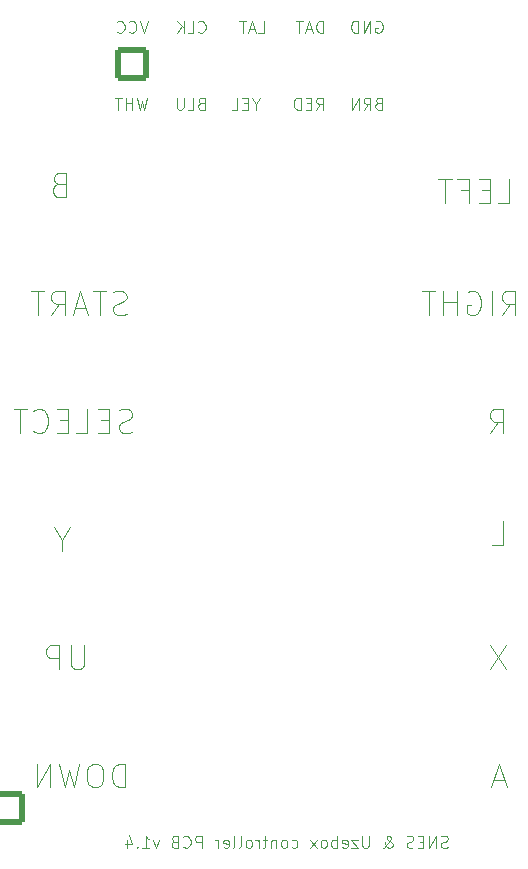
<source format=gbr>
G04 #@! TF.GenerationSoftware,KiCad,Pcbnew,9.0.0*
G04 #@! TF.CreationDate,2025-04-17T23:52:23+01:00*
G04 #@! TF.ProjectId,SNES_CONTROLLER,534e4553-5f43-44f4-9e54-524f4c4c4552,rev?*
G04 #@! TF.SameCoordinates,Original*
G04 #@! TF.FileFunction,Legend,Bot*
G04 #@! TF.FilePolarity,Positive*
%FSLAX46Y46*%
G04 Gerber Fmt 4.6, Leading zero omitted, Abs format (unit mm)*
G04 Created by KiCad (PCBNEW 9.0.0) date 2025-04-17 23:52:23*
%MOMM*%
%LPD*%
G01*
G04 APERTURE LIST*
G04 Aperture macros list*
%AMRoundRect*
0 Rectangle with rounded corners*
0 $1 Rounding radius*
0 $2 $3 $4 $5 $6 $7 $8 $9 X,Y pos of 4 corners*
0 Add a 4 corners polygon primitive as box body*
4,1,4,$2,$3,$4,$5,$6,$7,$8,$9,$2,$3,0*
0 Add four circle primitives for the rounded corners*
1,1,$1+$1,$2,$3*
1,1,$1+$1,$4,$5*
1,1,$1+$1,$6,$7*
1,1,$1+$1,$8,$9*
0 Add four rect primitives between the rounded corners*
20,1,$1+$1,$2,$3,$4,$5,0*
20,1,$1+$1,$4,$5,$6,$7,0*
20,1,$1+$1,$6,$7,$8,$9,0*
20,1,$1+$1,$8,$9,$2,$3,0*%
G04 Aperture macros list end*
%ADD10C,0.100000*%
%ADD11C,4.300000*%
%ADD12C,1.600000*%
%ADD13O,1.600000X1.600000*%
%ADD14RoundRect,0.250001X1.149999X-1.149999X1.149999X1.149999X-1.149999X1.149999X-1.149999X-1.149999X0*%
%ADD15C,2.800000*%
%ADD16R,1.600000X1.600000*%
%ADD17RoundRect,0.250001X-1.149999X-1.149999X1.149999X-1.149999X1.149999X1.149999X-1.149999X1.149999X0*%
G04 APERTURE END LIST*
D10*
X134672306Y-62920038D02*
X134767544Y-62872419D01*
X134767544Y-62872419D02*
X134910401Y-62872419D01*
X134910401Y-62872419D02*
X135053258Y-62920038D01*
X135053258Y-62920038D02*
X135148496Y-63015276D01*
X135148496Y-63015276D02*
X135196115Y-63110514D01*
X135196115Y-63110514D02*
X135243734Y-63300990D01*
X135243734Y-63300990D02*
X135243734Y-63443847D01*
X135243734Y-63443847D02*
X135196115Y-63634323D01*
X135196115Y-63634323D02*
X135148496Y-63729561D01*
X135148496Y-63729561D02*
X135053258Y-63824800D01*
X135053258Y-63824800D02*
X134910401Y-63872419D01*
X134910401Y-63872419D02*
X134815163Y-63872419D01*
X134815163Y-63872419D02*
X134672306Y-63824800D01*
X134672306Y-63824800D02*
X134624687Y-63777180D01*
X134624687Y-63777180D02*
X134624687Y-63443847D01*
X134624687Y-63443847D02*
X134815163Y-63443847D01*
X134196115Y-63872419D02*
X134196115Y-62872419D01*
X134196115Y-62872419D02*
X133624687Y-63872419D01*
X133624687Y-63872419D02*
X133624687Y-62872419D01*
X133148496Y-63872419D02*
X133148496Y-62872419D01*
X133148496Y-62872419D02*
X132910401Y-62872419D01*
X132910401Y-62872419D02*
X132767544Y-62920038D01*
X132767544Y-62920038D02*
X132672306Y-63015276D01*
X132672306Y-63015276D02*
X132624687Y-63110514D01*
X132624687Y-63110514D02*
X132577068Y-63300990D01*
X132577068Y-63300990D02*
X132577068Y-63443847D01*
X132577068Y-63443847D02*
X132624687Y-63634323D01*
X132624687Y-63634323D02*
X132672306Y-63729561D01*
X132672306Y-63729561D02*
X132767544Y-63824800D01*
X132767544Y-63824800D02*
X132910401Y-63872419D01*
X132910401Y-63872419D02*
X133148496Y-63872419D01*
X129624687Y-70372419D02*
X129958020Y-69896228D01*
X130196115Y-70372419D02*
X130196115Y-69372419D01*
X130196115Y-69372419D02*
X129815163Y-69372419D01*
X129815163Y-69372419D02*
X129719925Y-69420038D01*
X129719925Y-69420038D02*
X129672306Y-69467657D01*
X129672306Y-69467657D02*
X129624687Y-69562895D01*
X129624687Y-69562895D02*
X129624687Y-69705752D01*
X129624687Y-69705752D02*
X129672306Y-69800990D01*
X129672306Y-69800990D02*
X129719925Y-69848609D01*
X129719925Y-69848609D02*
X129815163Y-69896228D01*
X129815163Y-69896228D02*
X130196115Y-69896228D01*
X129196115Y-69848609D02*
X128862782Y-69848609D01*
X128719925Y-70372419D02*
X129196115Y-70372419D01*
X129196115Y-70372419D02*
X129196115Y-69372419D01*
X129196115Y-69372419D02*
X128719925Y-69372419D01*
X128291353Y-70372419D02*
X128291353Y-69372419D01*
X128291353Y-69372419D02*
X128053258Y-69372419D01*
X128053258Y-69372419D02*
X127910401Y-69420038D01*
X127910401Y-69420038D02*
X127815163Y-69515276D01*
X127815163Y-69515276D02*
X127767544Y-69610514D01*
X127767544Y-69610514D02*
X127719925Y-69800990D01*
X127719925Y-69800990D02*
X127719925Y-69943847D01*
X127719925Y-69943847D02*
X127767544Y-70134323D01*
X127767544Y-70134323D02*
X127815163Y-70229561D01*
X127815163Y-70229561D02*
X127910401Y-70324800D01*
X127910401Y-70324800D02*
X128053258Y-70372419D01*
X128053258Y-70372419D02*
X128291353Y-70372419D01*
X134862782Y-69848609D02*
X134719925Y-69896228D01*
X134719925Y-69896228D02*
X134672306Y-69943847D01*
X134672306Y-69943847D02*
X134624687Y-70039085D01*
X134624687Y-70039085D02*
X134624687Y-70181942D01*
X134624687Y-70181942D02*
X134672306Y-70277180D01*
X134672306Y-70277180D02*
X134719925Y-70324800D01*
X134719925Y-70324800D02*
X134815163Y-70372419D01*
X134815163Y-70372419D02*
X135196115Y-70372419D01*
X135196115Y-70372419D02*
X135196115Y-69372419D01*
X135196115Y-69372419D02*
X134862782Y-69372419D01*
X134862782Y-69372419D02*
X134767544Y-69420038D01*
X134767544Y-69420038D02*
X134719925Y-69467657D01*
X134719925Y-69467657D02*
X134672306Y-69562895D01*
X134672306Y-69562895D02*
X134672306Y-69658133D01*
X134672306Y-69658133D02*
X134719925Y-69753371D01*
X134719925Y-69753371D02*
X134767544Y-69800990D01*
X134767544Y-69800990D02*
X134862782Y-69848609D01*
X134862782Y-69848609D02*
X135196115Y-69848609D01*
X133624687Y-70372419D02*
X133958020Y-69896228D01*
X134196115Y-70372419D02*
X134196115Y-69372419D01*
X134196115Y-69372419D02*
X133815163Y-69372419D01*
X133815163Y-69372419D02*
X133719925Y-69420038D01*
X133719925Y-69420038D02*
X133672306Y-69467657D01*
X133672306Y-69467657D02*
X133624687Y-69562895D01*
X133624687Y-69562895D02*
X133624687Y-69705752D01*
X133624687Y-69705752D02*
X133672306Y-69800990D01*
X133672306Y-69800990D02*
X133719925Y-69848609D01*
X133719925Y-69848609D02*
X133815163Y-69896228D01*
X133815163Y-69896228D02*
X134196115Y-69896228D01*
X133196115Y-70372419D02*
X133196115Y-69372419D01*
X133196115Y-69372419D02*
X132624687Y-70372419D01*
X132624687Y-70372419D02*
X132624687Y-69372419D01*
X140743734Y-132824800D02*
X140600877Y-132872419D01*
X140600877Y-132872419D02*
X140362782Y-132872419D01*
X140362782Y-132872419D02*
X140267544Y-132824800D01*
X140267544Y-132824800D02*
X140219925Y-132777180D01*
X140219925Y-132777180D02*
X140172306Y-132681942D01*
X140172306Y-132681942D02*
X140172306Y-132586704D01*
X140172306Y-132586704D02*
X140219925Y-132491466D01*
X140219925Y-132491466D02*
X140267544Y-132443847D01*
X140267544Y-132443847D02*
X140362782Y-132396228D01*
X140362782Y-132396228D02*
X140553258Y-132348609D01*
X140553258Y-132348609D02*
X140648496Y-132300990D01*
X140648496Y-132300990D02*
X140696115Y-132253371D01*
X140696115Y-132253371D02*
X140743734Y-132158133D01*
X140743734Y-132158133D02*
X140743734Y-132062895D01*
X140743734Y-132062895D02*
X140696115Y-131967657D01*
X140696115Y-131967657D02*
X140648496Y-131920038D01*
X140648496Y-131920038D02*
X140553258Y-131872419D01*
X140553258Y-131872419D02*
X140315163Y-131872419D01*
X140315163Y-131872419D02*
X140172306Y-131920038D01*
X139743734Y-132872419D02*
X139743734Y-131872419D01*
X139743734Y-131872419D02*
X139172306Y-132872419D01*
X139172306Y-132872419D02*
X139172306Y-131872419D01*
X138696115Y-132348609D02*
X138362782Y-132348609D01*
X138219925Y-132872419D02*
X138696115Y-132872419D01*
X138696115Y-132872419D02*
X138696115Y-131872419D01*
X138696115Y-131872419D02*
X138219925Y-131872419D01*
X137838972Y-132824800D02*
X137696115Y-132872419D01*
X137696115Y-132872419D02*
X137458020Y-132872419D01*
X137458020Y-132872419D02*
X137362782Y-132824800D01*
X137362782Y-132824800D02*
X137315163Y-132777180D01*
X137315163Y-132777180D02*
X137267544Y-132681942D01*
X137267544Y-132681942D02*
X137267544Y-132586704D01*
X137267544Y-132586704D02*
X137315163Y-132491466D01*
X137315163Y-132491466D02*
X137362782Y-132443847D01*
X137362782Y-132443847D02*
X137458020Y-132396228D01*
X137458020Y-132396228D02*
X137648496Y-132348609D01*
X137648496Y-132348609D02*
X137743734Y-132300990D01*
X137743734Y-132300990D02*
X137791353Y-132253371D01*
X137791353Y-132253371D02*
X137838972Y-132158133D01*
X137838972Y-132158133D02*
X137838972Y-132062895D01*
X137838972Y-132062895D02*
X137791353Y-131967657D01*
X137791353Y-131967657D02*
X137743734Y-131920038D01*
X137743734Y-131920038D02*
X137648496Y-131872419D01*
X137648496Y-131872419D02*
X137410401Y-131872419D01*
X137410401Y-131872419D02*
X137267544Y-131920038D01*
X135267543Y-132872419D02*
X135315163Y-132872419D01*
X135315163Y-132872419D02*
X135410401Y-132824800D01*
X135410401Y-132824800D02*
X135553258Y-132681942D01*
X135553258Y-132681942D02*
X135791353Y-132396228D01*
X135791353Y-132396228D02*
X135886591Y-132253371D01*
X135886591Y-132253371D02*
X135934210Y-132110514D01*
X135934210Y-132110514D02*
X135934210Y-132015276D01*
X135934210Y-132015276D02*
X135886591Y-131920038D01*
X135886591Y-131920038D02*
X135791353Y-131872419D01*
X135791353Y-131872419D02*
X135743734Y-131872419D01*
X135743734Y-131872419D02*
X135648496Y-131920038D01*
X135648496Y-131920038D02*
X135600877Y-132015276D01*
X135600877Y-132015276D02*
X135600877Y-132062895D01*
X135600877Y-132062895D02*
X135648496Y-132158133D01*
X135648496Y-132158133D02*
X135696115Y-132205752D01*
X135696115Y-132205752D02*
X135981829Y-132396228D01*
X135981829Y-132396228D02*
X136029448Y-132443847D01*
X136029448Y-132443847D02*
X136077067Y-132539085D01*
X136077067Y-132539085D02*
X136077067Y-132681942D01*
X136077067Y-132681942D02*
X136029448Y-132777180D01*
X136029448Y-132777180D02*
X135981829Y-132824800D01*
X135981829Y-132824800D02*
X135886591Y-132872419D01*
X135886591Y-132872419D02*
X135743734Y-132872419D01*
X135743734Y-132872419D02*
X135648496Y-132824800D01*
X135648496Y-132824800D02*
X135600877Y-132777180D01*
X135600877Y-132777180D02*
X135458020Y-132586704D01*
X135458020Y-132586704D02*
X135410401Y-132443847D01*
X135410401Y-132443847D02*
X135410401Y-132348609D01*
X134077067Y-131872419D02*
X134077067Y-132681942D01*
X134077067Y-132681942D02*
X134029448Y-132777180D01*
X134029448Y-132777180D02*
X133981829Y-132824800D01*
X133981829Y-132824800D02*
X133886591Y-132872419D01*
X133886591Y-132872419D02*
X133696115Y-132872419D01*
X133696115Y-132872419D02*
X133600877Y-132824800D01*
X133600877Y-132824800D02*
X133553258Y-132777180D01*
X133553258Y-132777180D02*
X133505639Y-132681942D01*
X133505639Y-132681942D02*
X133505639Y-131872419D01*
X133124686Y-132205752D02*
X132600877Y-132205752D01*
X132600877Y-132205752D02*
X133124686Y-132872419D01*
X133124686Y-132872419D02*
X132600877Y-132872419D01*
X131838972Y-132824800D02*
X131934210Y-132872419D01*
X131934210Y-132872419D02*
X132124686Y-132872419D01*
X132124686Y-132872419D02*
X132219924Y-132824800D01*
X132219924Y-132824800D02*
X132267543Y-132729561D01*
X132267543Y-132729561D02*
X132267543Y-132348609D01*
X132267543Y-132348609D02*
X132219924Y-132253371D01*
X132219924Y-132253371D02*
X132124686Y-132205752D01*
X132124686Y-132205752D02*
X131934210Y-132205752D01*
X131934210Y-132205752D02*
X131838972Y-132253371D01*
X131838972Y-132253371D02*
X131791353Y-132348609D01*
X131791353Y-132348609D02*
X131791353Y-132443847D01*
X131791353Y-132443847D02*
X132267543Y-132539085D01*
X131362781Y-132872419D02*
X131362781Y-131872419D01*
X131362781Y-132253371D02*
X131267543Y-132205752D01*
X131267543Y-132205752D02*
X131077067Y-132205752D01*
X131077067Y-132205752D02*
X130981829Y-132253371D01*
X130981829Y-132253371D02*
X130934210Y-132300990D01*
X130934210Y-132300990D02*
X130886591Y-132396228D01*
X130886591Y-132396228D02*
X130886591Y-132681942D01*
X130886591Y-132681942D02*
X130934210Y-132777180D01*
X130934210Y-132777180D02*
X130981829Y-132824800D01*
X130981829Y-132824800D02*
X131077067Y-132872419D01*
X131077067Y-132872419D02*
X131267543Y-132872419D01*
X131267543Y-132872419D02*
X131362781Y-132824800D01*
X130315162Y-132872419D02*
X130410400Y-132824800D01*
X130410400Y-132824800D02*
X130458019Y-132777180D01*
X130458019Y-132777180D02*
X130505638Y-132681942D01*
X130505638Y-132681942D02*
X130505638Y-132396228D01*
X130505638Y-132396228D02*
X130458019Y-132300990D01*
X130458019Y-132300990D02*
X130410400Y-132253371D01*
X130410400Y-132253371D02*
X130315162Y-132205752D01*
X130315162Y-132205752D02*
X130172305Y-132205752D01*
X130172305Y-132205752D02*
X130077067Y-132253371D01*
X130077067Y-132253371D02*
X130029448Y-132300990D01*
X130029448Y-132300990D02*
X129981829Y-132396228D01*
X129981829Y-132396228D02*
X129981829Y-132681942D01*
X129981829Y-132681942D02*
X130029448Y-132777180D01*
X130029448Y-132777180D02*
X130077067Y-132824800D01*
X130077067Y-132824800D02*
X130172305Y-132872419D01*
X130172305Y-132872419D02*
X130315162Y-132872419D01*
X129648495Y-132872419D02*
X129124686Y-132205752D01*
X129648495Y-132205752D02*
X129124686Y-132872419D01*
X127553257Y-132824800D02*
X127648495Y-132872419D01*
X127648495Y-132872419D02*
X127838971Y-132872419D01*
X127838971Y-132872419D02*
X127934209Y-132824800D01*
X127934209Y-132824800D02*
X127981828Y-132777180D01*
X127981828Y-132777180D02*
X128029447Y-132681942D01*
X128029447Y-132681942D02*
X128029447Y-132396228D01*
X128029447Y-132396228D02*
X127981828Y-132300990D01*
X127981828Y-132300990D02*
X127934209Y-132253371D01*
X127934209Y-132253371D02*
X127838971Y-132205752D01*
X127838971Y-132205752D02*
X127648495Y-132205752D01*
X127648495Y-132205752D02*
X127553257Y-132253371D01*
X126981828Y-132872419D02*
X127077066Y-132824800D01*
X127077066Y-132824800D02*
X127124685Y-132777180D01*
X127124685Y-132777180D02*
X127172304Y-132681942D01*
X127172304Y-132681942D02*
X127172304Y-132396228D01*
X127172304Y-132396228D02*
X127124685Y-132300990D01*
X127124685Y-132300990D02*
X127077066Y-132253371D01*
X127077066Y-132253371D02*
X126981828Y-132205752D01*
X126981828Y-132205752D02*
X126838971Y-132205752D01*
X126838971Y-132205752D02*
X126743733Y-132253371D01*
X126743733Y-132253371D02*
X126696114Y-132300990D01*
X126696114Y-132300990D02*
X126648495Y-132396228D01*
X126648495Y-132396228D02*
X126648495Y-132681942D01*
X126648495Y-132681942D02*
X126696114Y-132777180D01*
X126696114Y-132777180D02*
X126743733Y-132824800D01*
X126743733Y-132824800D02*
X126838971Y-132872419D01*
X126838971Y-132872419D02*
X126981828Y-132872419D01*
X126219923Y-132205752D02*
X126219923Y-132872419D01*
X126219923Y-132300990D02*
X126172304Y-132253371D01*
X126172304Y-132253371D02*
X126077066Y-132205752D01*
X126077066Y-132205752D02*
X125934209Y-132205752D01*
X125934209Y-132205752D02*
X125838971Y-132253371D01*
X125838971Y-132253371D02*
X125791352Y-132348609D01*
X125791352Y-132348609D02*
X125791352Y-132872419D01*
X125458018Y-132205752D02*
X125077066Y-132205752D01*
X125315161Y-131872419D02*
X125315161Y-132729561D01*
X125315161Y-132729561D02*
X125267542Y-132824800D01*
X125267542Y-132824800D02*
X125172304Y-132872419D01*
X125172304Y-132872419D02*
X125077066Y-132872419D01*
X124743732Y-132872419D02*
X124743732Y-132205752D01*
X124743732Y-132396228D02*
X124696113Y-132300990D01*
X124696113Y-132300990D02*
X124648494Y-132253371D01*
X124648494Y-132253371D02*
X124553256Y-132205752D01*
X124553256Y-132205752D02*
X124458018Y-132205752D01*
X123981827Y-132872419D02*
X124077065Y-132824800D01*
X124077065Y-132824800D02*
X124124684Y-132777180D01*
X124124684Y-132777180D02*
X124172303Y-132681942D01*
X124172303Y-132681942D02*
X124172303Y-132396228D01*
X124172303Y-132396228D02*
X124124684Y-132300990D01*
X124124684Y-132300990D02*
X124077065Y-132253371D01*
X124077065Y-132253371D02*
X123981827Y-132205752D01*
X123981827Y-132205752D02*
X123838970Y-132205752D01*
X123838970Y-132205752D02*
X123743732Y-132253371D01*
X123743732Y-132253371D02*
X123696113Y-132300990D01*
X123696113Y-132300990D02*
X123648494Y-132396228D01*
X123648494Y-132396228D02*
X123648494Y-132681942D01*
X123648494Y-132681942D02*
X123696113Y-132777180D01*
X123696113Y-132777180D02*
X123743732Y-132824800D01*
X123743732Y-132824800D02*
X123838970Y-132872419D01*
X123838970Y-132872419D02*
X123981827Y-132872419D01*
X123077065Y-132872419D02*
X123172303Y-132824800D01*
X123172303Y-132824800D02*
X123219922Y-132729561D01*
X123219922Y-132729561D02*
X123219922Y-131872419D01*
X122553255Y-132872419D02*
X122648493Y-132824800D01*
X122648493Y-132824800D02*
X122696112Y-132729561D01*
X122696112Y-132729561D02*
X122696112Y-131872419D01*
X121791350Y-132824800D02*
X121886588Y-132872419D01*
X121886588Y-132872419D02*
X122077064Y-132872419D01*
X122077064Y-132872419D02*
X122172302Y-132824800D01*
X122172302Y-132824800D02*
X122219921Y-132729561D01*
X122219921Y-132729561D02*
X122219921Y-132348609D01*
X122219921Y-132348609D02*
X122172302Y-132253371D01*
X122172302Y-132253371D02*
X122077064Y-132205752D01*
X122077064Y-132205752D02*
X121886588Y-132205752D01*
X121886588Y-132205752D02*
X121791350Y-132253371D01*
X121791350Y-132253371D02*
X121743731Y-132348609D01*
X121743731Y-132348609D02*
X121743731Y-132443847D01*
X121743731Y-132443847D02*
X122219921Y-132539085D01*
X121315159Y-132872419D02*
X121315159Y-132205752D01*
X121315159Y-132396228D02*
X121267540Y-132300990D01*
X121267540Y-132300990D02*
X121219921Y-132253371D01*
X121219921Y-132253371D02*
X121124683Y-132205752D01*
X121124683Y-132205752D02*
X121029445Y-132205752D01*
X119934206Y-132872419D02*
X119934206Y-131872419D01*
X119934206Y-131872419D02*
X119553254Y-131872419D01*
X119553254Y-131872419D02*
X119458016Y-131920038D01*
X119458016Y-131920038D02*
X119410397Y-131967657D01*
X119410397Y-131967657D02*
X119362778Y-132062895D01*
X119362778Y-132062895D02*
X119362778Y-132205752D01*
X119362778Y-132205752D02*
X119410397Y-132300990D01*
X119410397Y-132300990D02*
X119458016Y-132348609D01*
X119458016Y-132348609D02*
X119553254Y-132396228D01*
X119553254Y-132396228D02*
X119934206Y-132396228D01*
X118362778Y-132777180D02*
X118410397Y-132824800D01*
X118410397Y-132824800D02*
X118553254Y-132872419D01*
X118553254Y-132872419D02*
X118648492Y-132872419D01*
X118648492Y-132872419D02*
X118791349Y-132824800D01*
X118791349Y-132824800D02*
X118886587Y-132729561D01*
X118886587Y-132729561D02*
X118934206Y-132634323D01*
X118934206Y-132634323D02*
X118981825Y-132443847D01*
X118981825Y-132443847D02*
X118981825Y-132300990D01*
X118981825Y-132300990D02*
X118934206Y-132110514D01*
X118934206Y-132110514D02*
X118886587Y-132015276D01*
X118886587Y-132015276D02*
X118791349Y-131920038D01*
X118791349Y-131920038D02*
X118648492Y-131872419D01*
X118648492Y-131872419D02*
X118553254Y-131872419D01*
X118553254Y-131872419D02*
X118410397Y-131920038D01*
X118410397Y-131920038D02*
X118362778Y-131967657D01*
X117600873Y-132348609D02*
X117458016Y-132396228D01*
X117458016Y-132396228D02*
X117410397Y-132443847D01*
X117410397Y-132443847D02*
X117362778Y-132539085D01*
X117362778Y-132539085D02*
X117362778Y-132681942D01*
X117362778Y-132681942D02*
X117410397Y-132777180D01*
X117410397Y-132777180D02*
X117458016Y-132824800D01*
X117458016Y-132824800D02*
X117553254Y-132872419D01*
X117553254Y-132872419D02*
X117934206Y-132872419D01*
X117934206Y-132872419D02*
X117934206Y-131872419D01*
X117934206Y-131872419D02*
X117600873Y-131872419D01*
X117600873Y-131872419D02*
X117505635Y-131920038D01*
X117505635Y-131920038D02*
X117458016Y-131967657D01*
X117458016Y-131967657D02*
X117410397Y-132062895D01*
X117410397Y-132062895D02*
X117410397Y-132158133D01*
X117410397Y-132158133D02*
X117458016Y-132253371D01*
X117458016Y-132253371D02*
X117505635Y-132300990D01*
X117505635Y-132300990D02*
X117600873Y-132348609D01*
X117600873Y-132348609D02*
X117934206Y-132348609D01*
X116267539Y-132205752D02*
X116029444Y-132872419D01*
X116029444Y-132872419D02*
X115791349Y-132205752D01*
X114886587Y-132872419D02*
X115458015Y-132872419D01*
X115172301Y-132872419D02*
X115172301Y-131872419D01*
X115172301Y-131872419D02*
X115267539Y-132015276D01*
X115267539Y-132015276D02*
X115362777Y-132110514D01*
X115362777Y-132110514D02*
X115458015Y-132158133D01*
X114458015Y-132777180D02*
X114410396Y-132824800D01*
X114410396Y-132824800D02*
X114458015Y-132872419D01*
X114458015Y-132872419D02*
X114505634Y-132824800D01*
X114505634Y-132824800D02*
X114458015Y-132777180D01*
X114458015Y-132777180D02*
X114458015Y-132872419D01*
X113553254Y-132205752D02*
X113553254Y-132872419D01*
X113791349Y-131824800D02*
X114029444Y-132539085D01*
X114029444Y-132539085D02*
X113410397Y-132539085D01*
X145553258Y-127178609D02*
X144600877Y-127178609D01*
X145743734Y-127750038D02*
X145077068Y-125750038D01*
X145077068Y-125750038D02*
X144410401Y-127750038D01*
X119862782Y-69848609D02*
X119719925Y-69896228D01*
X119719925Y-69896228D02*
X119672306Y-69943847D01*
X119672306Y-69943847D02*
X119624687Y-70039085D01*
X119624687Y-70039085D02*
X119624687Y-70181942D01*
X119624687Y-70181942D02*
X119672306Y-70277180D01*
X119672306Y-70277180D02*
X119719925Y-70324800D01*
X119719925Y-70324800D02*
X119815163Y-70372419D01*
X119815163Y-70372419D02*
X120196115Y-70372419D01*
X120196115Y-70372419D02*
X120196115Y-69372419D01*
X120196115Y-69372419D02*
X119862782Y-69372419D01*
X119862782Y-69372419D02*
X119767544Y-69420038D01*
X119767544Y-69420038D02*
X119719925Y-69467657D01*
X119719925Y-69467657D02*
X119672306Y-69562895D01*
X119672306Y-69562895D02*
X119672306Y-69658133D01*
X119672306Y-69658133D02*
X119719925Y-69753371D01*
X119719925Y-69753371D02*
X119767544Y-69800990D01*
X119767544Y-69800990D02*
X119862782Y-69848609D01*
X119862782Y-69848609D02*
X120196115Y-69848609D01*
X118719925Y-70372419D02*
X119196115Y-70372419D01*
X119196115Y-70372419D02*
X119196115Y-69372419D01*
X118386591Y-69372419D02*
X118386591Y-70181942D01*
X118386591Y-70181942D02*
X118338972Y-70277180D01*
X118338972Y-70277180D02*
X118291353Y-70324800D01*
X118291353Y-70324800D02*
X118196115Y-70372419D01*
X118196115Y-70372419D02*
X118005639Y-70372419D01*
X118005639Y-70372419D02*
X117910401Y-70324800D01*
X117910401Y-70324800D02*
X117862782Y-70277180D01*
X117862782Y-70277180D02*
X117815163Y-70181942D01*
X117815163Y-70181942D02*
X117815163Y-69372419D01*
X145005639Y-78250038D02*
X145958020Y-78250038D01*
X145958020Y-78250038D02*
X145958020Y-76250038D01*
X144338972Y-77202419D02*
X143672305Y-77202419D01*
X143386591Y-78250038D02*
X144338972Y-78250038D01*
X144338972Y-78250038D02*
X144338972Y-76250038D01*
X144338972Y-76250038D02*
X143386591Y-76250038D01*
X141862781Y-77202419D02*
X142529448Y-77202419D01*
X142529448Y-78250038D02*
X142529448Y-76250038D01*
X142529448Y-76250038D02*
X141577067Y-76250038D01*
X141100876Y-76250038D02*
X139958019Y-76250038D01*
X140529448Y-78250038D02*
X140529448Y-76250038D01*
X145315163Y-87750038D02*
X145981830Y-86797657D01*
X146458020Y-87750038D02*
X146458020Y-85750038D01*
X146458020Y-85750038D02*
X145696115Y-85750038D01*
X145696115Y-85750038D02*
X145505639Y-85845276D01*
X145505639Y-85845276D02*
X145410401Y-85940514D01*
X145410401Y-85940514D02*
X145315163Y-86130990D01*
X145315163Y-86130990D02*
X145315163Y-86416704D01*
X145315163Y-86416704D02*
X145410401Y-86607180D01*
X145410401Y-86607180D02*
X145505639Y-86702419D01*
X145505639Y-86702419D02*
X145696115Y-86797657D01*
X145696115Y-86797657D02*
X146458020Y-86797657D01*
X144458020Y-87750038D02*
X144458020Y-85750038D01*
X142458020Y-85845276D02*
X142648496Y-85750038D01*
X142648496Y-85750038D02*
X142934210Y-85750038D01*
X142934210Y-85750038D02*
X143219925Y-85845276D01*
X143219925Y-85845276D02*
X143410401Y-86035752D01*
X143410401Y-86035752D02*
X143505639Y-86226228D01*
X143505639Y-86226228D02*
X143600877Y-86607180D01*
X143600877Y-86607180D02*
X143600877Y-86892895D01*
X143600877Y-86892895D02*
X143505639Y-87273847D01*
X143505639Y-87273847D02*
X143410401Y-87464323D01*
X143410401Y-87464323D02*
X143219925Y-87654800D01*
X143219925Y-87654800D02*
X142934210Y-87750038D01*
X142934210Y-87750038D02*
X142743734Y-87750038D01*
X142743734Y-87750038D02*
X142458020Y-87654800D01*
X142458020Y-87654800D02*
X142362782Y-87559561D01*
X142362782Y-87559561D02*
X142362782Y-86892895D01*
X142362782Y-86892895D02*
X142743734Y-86892895D01*
X141505639Y-87750038D02*
X141505639Y-85750038D01*
X141505639Y-86702419D02*
X140362782Y-86702419D01*
X140362782Y-87750038D02*
X140362782Y-85750038D01*
X139696115Y-85750038D02*
X138553258Y-85750038D01*
X139124687Y-87750038D02*
X139124687Y-85750038D01*
X114053258Y-97654800D02*
X113767544Y-97750038D01*
X113767544Y-97750038D02*
X113291353Y-97750038D01*
X113291353Y-97750038D02*
X113100877Y-97654800D01*
X113100877Y-97654800D02*
X113005639Y-97559561D01*
X113005639Y-97559561D02*
X112910401Y-97369085D01*
X112910401Y-97369085D02*
X112910401Y-97178609D01*
X112910401Y-97178609D02*
X113005639Y-96988133D01*
X113005639Y-96988133D02*
X113100877Y-96892895D01*
X113100877Y-96892895D02*
X113291353Y-96797657D01*
X113291353Y-96797657D02*
X113672306Y-96702419D01*
X113672306Y-96702419D02*
X113862782Y-96607180D01*
X113862782Y-96607180D02*
X113958020Y-96511942D01*
X113958020Y-96511942D02*
X114053258Y-96321466D01*
X114053258Y-96321466D02*
X114053258Y-96130990D01*
X114053258Y-96130990D02*
X113958020Y-95940514D01*
X113958020Y-95940514D02*
X113862782Y-95845276D01*
X113862782Y-95845276D02*
X113672306Y-95750038D01*
X113672306Y-95750038D02*
X113196115Y-95750038D01*
X113196115Y-95750038D02*
X112910401Y-95845276D01*
X112053258Y-96702419D02*
X111386591Y-96702419D01*
X111100877Y-97750038D02*
X112053258Y-97750038D01*
X112053258Y-97750038D02*
X112053258Y-95750038D01*
X112053258Y-95750038D02*
X111100877Y-95750038D01*
X109291353Y-97750038D02*
X110243734Y-97750038D01*
X110243734Y-97750038D02*
X110243734Y-95750038D01*
X108624686Y-96702419D02*
X107958019Y-96702419D01*
X107672305Y-97750038D02*
X108624686Y-97750038D01*
X108624686Y-97750038D02*
X108624686Y-95750038D01*
X108624686Y-95750038D02*
X107672305Y-95750038D01*
X105672305Y-97559561D02*
X105767543Y-97654800D01*
X105767543Y-97654800D02*
X106053257Y-97750038D01*
X106053257Y-97750038D02*
X106243733Y-97750038D01*
X106243733Y-97750038D02*
X106529448Y-97654800D01*
X106529448Y-97654800D02*
X106719924Y-97464323D01*
X106719924Y-97464323D02*
X106815162Y-97273847D01*
X106815162Y-97273847D02*
X106910400Y-96892895D01*
X106910400Y-96892895D02*
X106910400Y-96607180D01*
X106910400Y-96607180D02*
X106815162Y-96226228D01*
X106815162Y-96226228D02*
X106719924Y-96035752D01*
X106719924Y-96035752D02*
X106529448Y-95845276D01*
X106529448Y-95845276D02*
X106243733Y-95750038D01*
X106243733Y-95750038D02*
X106053257Y-95750038D01*
X106053257Y-95750038D02*
X105767543Y-95845276D01*
X105767543Y-95845276D02*
X105672305Y-95940514D01*
X105100876Y-95750038D02*
X103958019Y-95750038D01*
X104529448Y-97750038D02*
X104529448Y-95750038D01*
X115291353Y-69372419D02*
X115053258Y-70372419D01*
X115053258Y-70372419D02*
X114862782Y-69658133D01*
X114862782Y-69658133D02*
X114672306Y-70372419D01*
X114672306Y-70372419D02*
X114434211Y-69372419D01*
X114053258Y-70372419D02*
X114053258Y-69372419D01*
X114053258Y-69848609D02*
X113481830Y-69848609D01*
X113481830Y-70372419D02*
X113481830Y-69372419D01*
X113148496Y-69372419D02*
X112577068Y-69372419D01*
X112862782Y-70372419D02*
X112862782Y-69372419D01*
X145648496Y-115750038D02*
X144315163Y-117750038D01*
X144315163Y-115750038D02*
X145648496Y-117750038D01*
X113553258Y-87654800D02*
X113267544Y-87750038D01*
X113267544Y-87750038D02*
X112791353Y-87750038D01*
X112791353Y-87750038D02*
X112600877Y-87654800D01*
X112600877Y-87654800D02*
X112505639Y-87559561D01*
X112505639Y-87559561D02*
X112410401Y-87369085D01*
X112410401Y-87369085D02*
X112410401Y-87178609D01*
X112410401Y-87178609D02*
X112505639Y-86988133D01*
X112505639Y-86988133D02*
X112600877Y-86892895D01*
X112600877Y-86892895D02*
X112791353Y-86797657D01*
X112791353Y-86797657D02*
X113172306Y-86702419D01*
X113172306Y-86702419D02*
X113362782Y-86607180D01*
X113362782Y-86607180D02*
X113458020Y-86511942D01*
X113458020Y-86511942D02*
X113553258Y-86321466D01*
X113553258Y-86321466D02*
X113553258Y-86130990D01*
X113553258Y-86130990D02*
X113458020Y-85940514D01*
X113458020Y-85940514D02*
X113362782Y-85845276D01*
X113362782Y-85845276D02*
X113172306Y-85750038D01*
X113172306Y-85750038D02*
X112696115Y-85750038D01*
X112696115Y-85750038D02*
X112410401Y-85845276D01*
X111838972Y-85750038D02*
X110696115Y-85750038D01*
X111267544Y-87750038D02*
X111267544Y-85750038D01*
X110124686Y-87178609D02*
X109172305Y-87178609D01*
X110315162Y-87750038D02*
X109648496Y-85750038D01*
X109648496Y-85750038D02*
X108981829Y-87750038D01*
X107172305Y-87750038D02*
X107838972Y-86797657D01*
X108315162Y-87750038D02*
X108315162Y-85750038D01*
X108315162Y-85750038D02*
X107553257Y-85750038D01*
X107553257Y-85750038D02*
X107362781Y-85845276D01*
X107362781Y-85845276D02*
X107267543Y-85940514D01*
X107267543Y-85940514D02*
X107172305Y-86130990D01*
X107172305Y-86130990D02*
X107172305Y-86416704D01*
X107172305Y-86416704D02*
X107267543Y-86607180D01*
X107267543Y-86607180D02*
X107362781Y-86702419D01*
X107362781Y-86702419D02*
X107553257Y-86797657D01*
X107553257Y-86797657D02*
X108315162Y-86797657D01*
X106600876Y-85750038D02*
X105458019Y-85750038D01*
X106029448Y-87750038D02*
X106029448Y-85750038D01*
X124719925Y-63872419D02*
X125196115Y-63872419D01*
X125196115Y-63872419D02*
X125196115Y-62872419D01*
X124434210Y-63586704D02*
X123958020Y-63586704D01*
X124529448Y-63872419D02*
X124196115Y-62872419D01*
X124196115Y-62872419D02*
X123862782Y-63872419D01*
X123672305Y-62872419D02*
X123100877Y-62872419D01*
X123386591Y-63872419D02*
X123386591Y-62872419D01*
X124505639Y-69896228D02*
X124505639Y-70372419D01*
X124838972Y-69372419D02*
X124505639Y-69896228D01*
X124505639Y-69896228D02*
X124172306Y-69372419D01*
X123838972Y-69848609D02*
X123505639Y-69848609D01*
X123362782Y-70372419D02*
X123838972Y-70372419D01*
X123838972Y-70372419D02*
X123838972Y-69372419D01*
X123838972Y-69372419D02*
X123362782Y-69372419D01*
X122458020Y-70372419D02*
X122934210Y-70372419D01*
X122934210Y-70372419D02*
X122934210Y-69372419D01*
X130196115Y-63872419D02*
X130196115Y-62872419D01*
X130196115Y-62872419D02*
X129958020Y-62872419D01*
X129958020Y-62872419D02*
X129815163Y-62920038D01*
X129815163Y-62920038D02*
X129719925Y-63015276D01*
X129719925Y-63015276D02*
X129672306Y-63110514D01*
X129672306Y-63110514D02*
X129624687Y-63300990D01*
X129624687Y-63300990D02*
X129624687Y-63443847D01*
X129624687Y-63443847D02*
X129672306Y-63634323D01*
X129672306Y-63634323D02*
X129719925Y-63729561D01*
X129719925Y-63729561D02*
X129815163Y-63824800D01*
X129815163Y-63824800D02*
X129958020Y-63872419D01*
X129958020Y-63872419D02*
X130196115Y-63872419D01*
X129243734Y-63586704D02*
X128767544Y-63586704D01*
X129338972Y-63872419D02*
X129005639Y-62872419D01*
X129005639Y-62872419D02*
X128672306Y-63872419D01*
X128481829Y-62872419D02*
X127910401Y-62872419D01*
X128196115Y-63872419D02*
X128196115Y-62872419D01*
X107791353Y-76702419D02*
X107505639Y-76797657D01*
X107505639Y-76797657D02*
X107410401Y-76892895D01*
X107410401Y-76892895D02*
X107315163Y-77083371D01*
X107315163Y-77083371D02*
X107315163Y-77369085D01*
X107315163Y-77369085D02*
X107410401Y-77559561D01*
X107410401Y-77559561D02*
X107505639Y-77654800D01*
X107505639Y-77654800D02*
X107696115Y-77750038D01*
X107696115Y-77750038D02*
X108458020Y-77750038D01*
X108458020Y-77750038D02*
X108458020Y-75750038D01*
X108458020Y-75750038D02*
X107791353Y-75750038D01*
X107791353Y-75750038D02*
X107600877Y-75845276D01*
X107600877Y-75845276D02*
X107505639Y-75940514D01*
X107505639Y-75940514D02*
X107410401Y-76130990D01*
X107410401Y-76130990D02*
X107410401Y-76321466D01*
X107410401Y-76321466D02*
X107505639Y-76511942D01*
X107505639Y-76511942D02*
X107600877Y-76607180D01*
X107600877Y-76607180D02*
X107791353Y-76702419D01*
X107791353Y-76702419D02*
X108458020Y-76702419D01*
X144315163Y-97750038D02*
X144981830Y-96797657D01*
X145458020Y-97750038D02*
X145458020Y-95750038D01*
X145458020Y-95750038D02*
X144696115Y-95750038D01*
X144696115Y-95750038D02*
X144505639Y-95845276D01*
X144505639Y-95845276D02*
X144410401Y-95940514D01*
X144410401Y-95940514D02*
X144315163Y-96130990D01*
X144315163Y-96130990D02*
X144315163Y-96416704D01*
X144315163Y-96416704D02*
X144410401Y-96607180D01*
X144410401Y-96607180D02*
X144505639Y-96702419D01*
X144505639Y-96702419D02*
X144696115Y-96797657D01*
X144696115Y-96797657D02*
X145458020Y-96797657D01*
X144505639Y-107250038D02*
X145458020Y-107250038D01*
X145458020Y-107250038D02*
X145458020Y-105250038D01*
X113458020Y-127750038D02*
X113458020Y-125750038D01*
X113458020Y-125750038D02*
X112981830Y-125750038D01*
X112981830Y-125750038D02*
X112696115Y-125845276D01*
X112696115Y-125845276D02*
X112505639Y-126035752D01*
X112505639Y-126035752D02*
X112410401Y-126226228D01*
X112410401Y-126226228D02*
X112315163Y-126607180D01*
X112315163Y-126607180D02*
X112315163Y-126892895D01*
X112315163Y-126892895D02*
X112410401Y-127273847D01*
X112410401Y-127273847D02*
X112505639Y-127464323D01*
X112505639Y-127464323D02*
X112696115Y-127654800D01*
X112696115Y-127654800D02*
X112981830Y-127750038D01*
X112981830Y-127750038D02*
X113458020Y-127750038D01*
X111077068Y-125750038D02*
X110696115Y-125750038D01*
X110696115Y-125750038D02*
X110505639Y-125845276D01*
X110505639Y-125845276D02*
X110315163Y-126035752D01*
X110315163Y-126035752D02*
X110219925Y-126416704D01*
X110219925Y-126416704D02*
X110219925Y-127083371D01*
X110219925Y-127083371D02*
X110315163Y-127464323D01*
X110315163Y-127464323D02*
X110505639Y-127654800D01*
X110505639Y-127654800D02*
X110696115Y-127750038D01*
X110696115Y-127750038D02*
X111077068Y-127750038D01*
X111077068Y-127750038D02*
X111267544Y-127654800D01*
X111267544Y-127654800D02*
X111458020Y-127464323D01*
X111458020Y-127464323D02*
X111553258Y-127083371D01*
X111553258Y-127083371D02*
X111553258Y-126416704D01*
X111553258Y-126416704D02*
X111458020Y-126035752D01*
X111458020Y-126035752D02*
X111267544Y-125845276D01*
X111267544Y-125845276D02*
X111077068Y-125750038D01*
X109553258Y-125750038D02*
X109077068Y-127750038D01*
X109077068Y-127750038D02*
X108696115Y-126321466D01*
X108696115Y-126321466D02*
X108315163Y-127750038D01*
X108315163Y-127750038D02*
X107838973Y-125750038D01*
X107077068Y-127750038D02*
X107077068Y-125750038D01*
X107077068Y-125750038D02*
X105934211Y-127750038D01*
X105934211Y-127750038D02*
X105934211Y-125750038D01*
X119624687Y-63777180D02*
X119672306Y-63824800D01*
X119672306Y-63824800D02*
X119815163Y-63872419D01*
X119815163Y-63872419D02*
X119910401Y-63872419D01*
X119910401Y-63872419D02*
X120053258Y-63824800D01*
X120053258Y-63824800D02*
X120148496Y-63729561D01*
X120148496Y-63729561D02*
X120196115Y-63634323D01*
X120196115Y-63634323D02*
X120243734Y-63443847D01*
X120243734Y-63443847D02*
X120243734Y-63300990D01*
X120243734Y-63300990D02*
X120196115Y-63110514D01*
X120196115Y-63110514D02*
X120148496Y-63015276D01*
X120148496Y-63015276D02*
X120053258Y-62920038D01*
X120053258Y-62920038D02*
X119910401Y-62872419D01*
X119910401Y-62872419D02*
X119815163Y-62872419D01*
X119815163Y-62872419D02*
X119672306Y-62920038D01*
X119672306Y-62920038D02*
X119624687Y-62967657D01*
X118719925Y-63872419D02*
X119196115Y-63872419D01*
X119196115Y-63872419D02*
X119196115Y-62872419D01*
X118386591Y-63872419D02*
X118386591Y-62872419D01*
X117815163Y-63872419D02*
X118243734Y-63300990D01*
X117815163Y-62872419D02*
X118386591Y-63443847D01*
X115338972Y-62872419D02*
X115005639Y-63872419D01*
X115005639Y-63872419D02*
X114672306Y-62872419D01*
X113767544Y-63777180D02*
X113815163Y-63824800D01*
X113815163Y-63824800D02*
X113958020Y-63872419D01*
X113958020Y-63872419D02*
X114053258Y-63872419D01*
X114053258Y-63872419D02*
X114196115Y-63824800D01*
X114196115Y-63824800D02*
X114291353Y-63729561D01*
X114291353Y-63729561D02*
X114338972Y-63634323D01*
X114338972Y-63634323D02*
X114386591Y-63443847D01*
X114386591Y-63443847D02*
X114386591Y-63300990D01*
X114386591Y-63300990D02*
X114338972Y-63110514D01*
X114338972Y-63110514D02*
X114291353Y-63015276D01*
X114291353Y-63015276D02*
X114196115Y-62920038D01*
X114196115Y-62920038D02*
X114053258Y-62872419D01*
X114053258Y-62872419D02*
X113958020Y-62872419D01*
X113958020Y-62872419D02*
X113815163Y-62920038D01*
X113815163Y-62920038D02*
X113767544Y-62967657D01*
X112767544Y-63777180D02*
X112815163Y-63824800D01*
X112815163Y-63824800D02*
X112958020Y-63872419D01*
X112958020Y-63872419D02*
X113053258Y-63872419D01*
X113053258Y-63872419D02*
X113196115Y-63824800D01*
X113196115Y-63824800D02*
X113291353Y-63729561D01*
X113291353Y-63729561D02*
X113338972Y-63634323D01*
X113338972Y-63634323D02*
X113386591Y-63443847D01*
X113386591Y-63443847D02*
X113386591Y-63300990D01*
X113386591Y-63300990D02*
X113338972Y-63110514D01*
X113338972Y-63110514D02*
X113291353Y-63015276D01*
X113291353Y-63015276D02*
X113196115Y-62920038D01*
X113196115Y-62920038D02*
X113053258Y-62872419D01*
X113053258Y-62872419D02*
X112958020Y-62872419D01*
X112958020Y-62872419D02*
X112815163Y-62920038D01*
X112815163Y-62920038D02*
X112767544Y-62967657D01*
X108077068Y-106797657D02*
X108077068Y-107750038D01*
X108743734Y-105750038D02*
X108077068Y-106797657D01*
X108077068Y-106797657D02*
X107410401Y-105750038D01*
X109958020Y-115750038D02*
X109958020Y-117369085D01*
X109958020Y-117369085D02*
X109862782Y-117559561D01*
X109862782Y-117559561D02*
X109767544Y-117654800D01*
X109767544Y-117654800D02*
X109577068Y-117750038D01*
X109577068Y-117750038D02*
X109196115Y-117750038D01*
X109196115Y-117750038D02*
X109005639Y-117654800D01*
X109005639Y-117654800D02*
X108910401Y-117559561D01*
X108910401Y-117559561D02*
X108815163Y-117369085D01*
X108815163Y-117369085D02*
X108815163Y-115750038D01*
X107862782Y-117750038D02*
X107862782Y-115750038D01*
X107862782Y-115750038D02*
X107100877Y-115750038D01*
X107100877Y-115750038D02*
X106910401Y-115845276D01*
X106910401Y-115845276D02*
X106815163Y-115940514D01*
X106815163Y-115940514D02*
X106719925Y-116130990D01*
X106719925Y-116130990D02*
X106719925Y-116416704D01*
X106719925Y-116416704D02*
X106815163Y-116607180D01*
X106815163Y-116607180D02*
X106910401Y-116702419D01*
X106910401Y-116702419D02*
X107100877Y-116797657D01*
X107100877Y-116797657D02*
X107862782Y-116797657D01*
%LPC*%
D11*
X149000000Y-65500000D03*
X104000000Y-65500000D03*
X127000000Y-130000000D03*
D12*
X124000000Y-75500000D03*
D13*
X129080000Y-75500000D03*
D12*
X124000000Y-83600000D03*
D13*
X129080000Y-83600000D03*
D12*
X132680000Y-87650000D03*
D13*
X137760000Y-87650000D03*
D14*
X103500000Y-129500000D03*
D15*
X103500000Y-124500000D03*
X103500000Y-119500000D03*
X103500000Y-114500000D03*
X103500000Y-109500000D03*
X103500000Y-104500000D03*
X103500000Y-99500000D03*
X103500000Y-94500000D03*
X103500000Y-89500000D03*
X103500000Y-84500000D03*
X103500000Y-79500000D03*
X103500000Y-74500000D03*
D16*
X130635000Y-106520000D03*
D13*
X130635000Y-109060000D03*
X130635000Y-111600000D03*
X130635000Y-114140000D03*
X130635000Y-116680000D03*
X130635000Y-119220000D03*
X130635000Y-121760000D03*
X130635000Y-124300000D03*
X138255000Y-124300000D03*
X138255000Y-121760000D03*
X138255000Y-119220000D03*
X138255000Y-116680000D03*
X138255000Y-114140000D03*
X138255000Y-111600000D03*
X138255000Y-109060000D03*
X138255000Y-106520000D03*
D12*
X132680000Y-91700000D03*
D13*
X137760000Y-91700000D03*
D12*
X115320000Y-95750000D03*
D13*
X120400000Y-95750000D03*
D12*
X132680000Y-75500000D03*
D13*
X137760000Y-75500000D03*
D12*
X115320000Y-79550000D03*
D13*
X120400000Y-79550000D03*
D14*
X149000000Y-129500000D03*
D15*
X149000000Y-124500000D03*
X149000000Y-119500000D03*
X149000000Y-114500000D03*
X149000000Y-109500000D03*
X149000000Y-104500000D03*
X149000000Y-99500000D03*
X149000000Y-94500000D03*
X149000000Y-89500000D03*
X149000000Y-84500000D03*
X149000000Y-79500000D03*
X149000000Y-74500000D03*
D12*
X115320000Y-75500000D03*
D13*
X120400000Y-75500000D03*
D12*
X124000000Y-79550000D03*
D13*
X129080000Y-79550000D03*
D17*
X114000000Y-66500000D03*
D15*
X119000000Y-66500000D03*
X124000000Y-66500000D03*
X129000000Y-66500000D03*
X134000000Y-66500000D03*
X139000000Y-66500000D03*
D12*
X124000000Y-95750000D03*
D13*
X129080000Y-95750000D03*
D12*
X115320000Y-99800000D03*
D13*
X120400000Y-99800000D03*
D12*
X124000000Y-87650000D03*
D13*
X129080000Y-87650000D03*
D12*
X115320000Y-87650000D03*
D13*
X120400000Y-87650000D03*
D16*
X115015000Y-106520000D03*
D13*
X115015000Y-109060000D03*
X115015000Y-111600000D03*
X115015000Y-114140000D03*
X115015000Y-116680000D03*
X115015000Y-119220000D03*
X115015000Y-121760000D03*
X115015000Y-124300000D03*
X122635000Y-124300000D03*
X122635000Y-121760000D03*
X122635000Y-119220000D03*
X122635000Y-116680000D03*
X122635000Y-114140000D03*
X122635000Y-111600000D03*
X122635000Y-109060000D03*
X122635000Y-106520000D03*
D12*
X124000000Y-91700000D03*
D13*
X129080000Y-91700000D03*
D12*
X115320000Y-91700000D03*
D13*
X120400000Y-91700000D03*
D12*
X115320000Y-83600000D03*
D13*
X120400000Y-83600000D03*
D12*
X132680000Y-83600000D03*
D13*
X137760000Y-83600000D03*
D12*
X124000000Y-99800000D03*
D13*
X129080000Y-99800000D03*
D12*
X132680000Y-79550000D03*
D13*
X137760000Y-79550000D03*
%LPD*%
M02*

</source>
